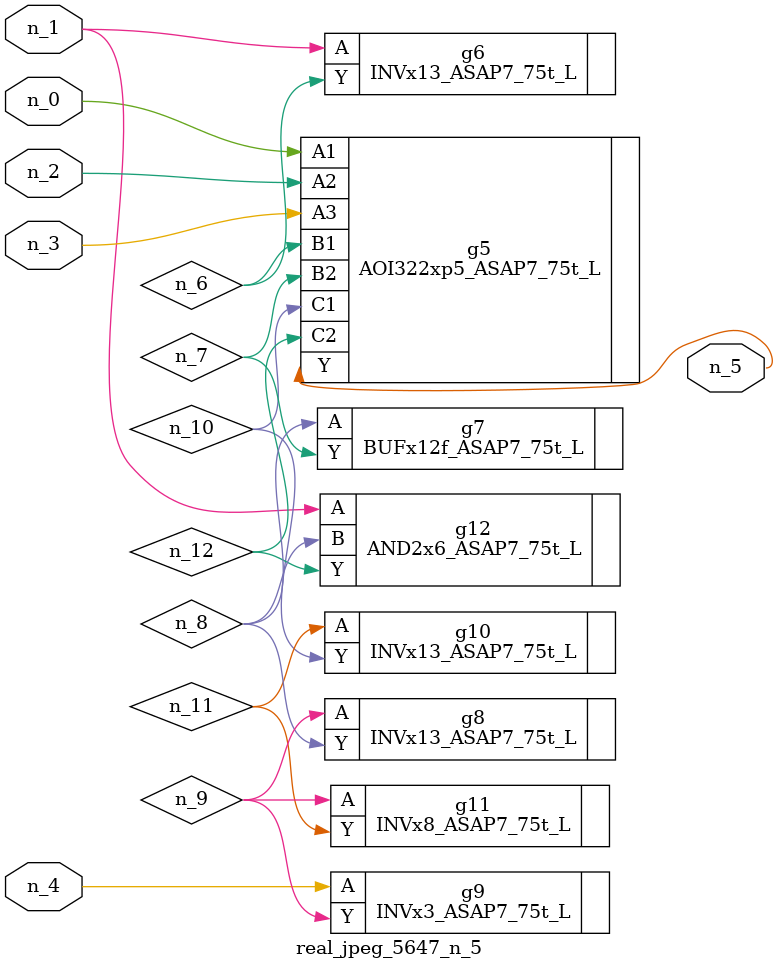
<source format=v>
module real_jpeg_5647_n_5 (n_4, n_0, n_1, n_2, n_3, n_5);

input n_4;
input n_0;
input n_1;
input n_2;
input n_3;

output n_5;

wire n_12;
wire n_8;
wire n_11;
wire n_6;
wire n_7;
wire n_10;
wire n_9;

AOI322xp5_ASAP7_75t_L g5 ( 
.A1(n_0),
.A2(n_2),
.A3(n_3),
.B1(n_6),
.B2(n_7),
.C1(n_10),
.C2(n_12),
.Y(n_5)
);

INVx13_ASAP7_75t_L g6 ( 
.A(n_1),
.Y(n_6)
);

AND2x6_ASAP7_75t_L g12 ( 
.A(n_1),
.B(n_8),
.Y(n_12)
);

INVx3_ASAP7_75t_L g9 ( 
.A(n_4),
.Y(n_9)
);

BUFx12f_ASAP7_75t_L g7 ( 
.A(n_8),
.Y(n_7)
);

INVx13_ASAP7_75t_L g8 ( 
.A(n_9),
.Y(n_8)
);

INVx8_ASAP7_75t_L g11 ( 
.A(n_9),
.Y(n_11)
);

INVx13_ASAP7_75t_L g10 ( 
.A(n_11),
.Y(n_10)
);


endmodule
</source>
